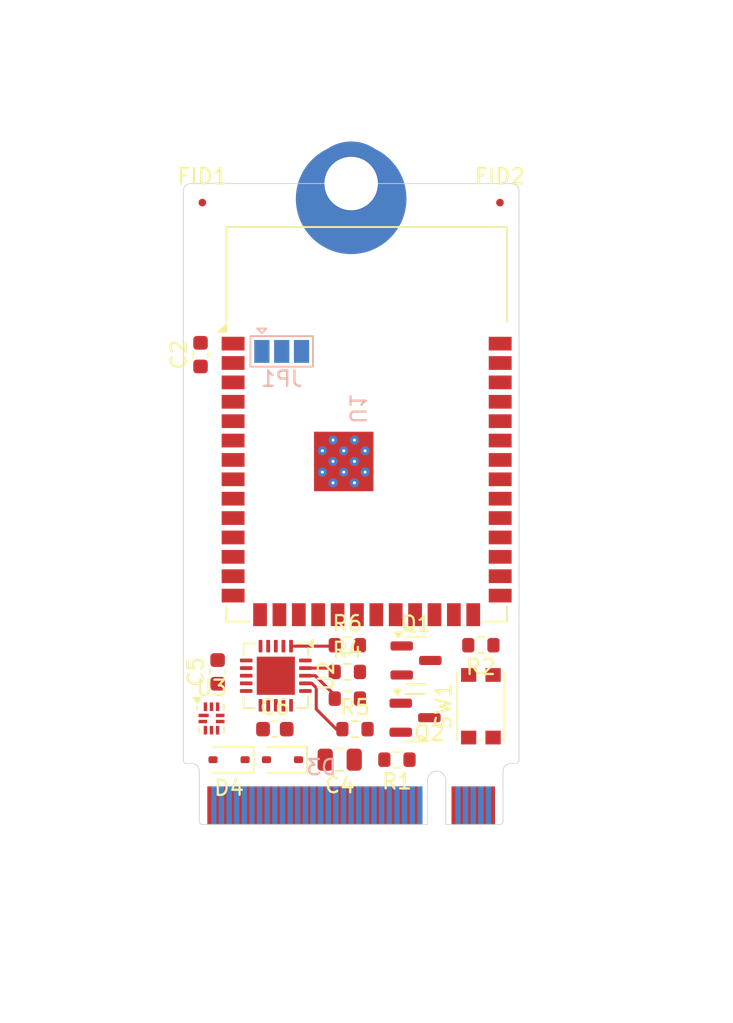
<source format=kicad_pcb>
(kicad_pcb (version 20240108) (generator "pcbnew") (generator_version "8.0")
  (layers (0 "F.Cu" signal) (31 "B.Cu" signal) (34 "B.Paste" user) (35 "F.Paste" user) (36 "B.SilkS" user "B.Silkscreen") (37 "F.SilkS" user "F.Silkscreen") (38 "B.Mask" user) (39 "F.Mask" user) (44 "Edge.Cuts" user))
  (net 0 "")
  (net 1 "Net-(R1-Pad1)")
  (net 2 "GND")
  (net 3 "/ESP_BUTTON_BOOT")
  (net 4 "/USB_D+")
  (net 5 "/USB_D-")
  (net 6 "/ESP_GPIO_15")
  (net 7 "/ESP_GPIO_38")
  (net 8 "/ESP_SERIAL_TX1")
  (net 9 "/ESP_GPIO_35")
  (net 10 "/ESP_GPIO_9")
  (net 11 "/ESP_GPIO_11")
  (net 12 "/ESP_GPIO_16")
  (net 13 "/ESP_SERIAL_RX1")
  (net 14 "/ESP_GPIO_7")
  (net 15 "/ESP_SERIAL_RX0")
  (net 16 "/ESP_GPIO_12")
  (net 17 "/ESP_GPIO_4")
  (net 18 "/ESP_GPIO_8")
  (net 19 "/ESP_GPIO_13")
  (net 20 "/ESP_SERIAL_TX0")
  (net 21 "+3V3")
  (net 22 "/ESP_GPIO_5")
  (net 23 "/ESP_GPIO_6")
  (net 24 "/ESP_GPIO_10")
  (net 25 "/RTS")
  (net 26 "Net-(Q1-B)")
  (net 27 "/ESP_BUTTON_RESET")
  (net 28 "/DTR")
  (net 29 "Net-(Q2-B)")
  (net 30 "Net-(U2-TXD)")
  (net 31 "Net-(U2-RXD)")
  (net 32 "/ESP_GPIO_21")
  (net 33 "/USB_D1+")
  (net 35 "/ESP_GPIO_1")
  (net 36 "/ESP_GPIO_3")
  (net 37 "/USB_D1-")
  (net 39 "/ESP_GPIO_47")
  (net 40 "/ESP_GPIO_36")
  (net 41 "/ESP_GPIO_37")
  (net 43 "/ESP_GPIO_48")
  (net 46 "/ESP_GPIO_2")
  (net 47 "/ESP_GPIO_14")
  (net 51 "/USB_D2+")
  (net 52 "/USB_D2-")
  (net 60 "Net-(JP1-C)")
  (footprint "Resistor_SMD:R_0603_1608Metric" (layer "F.Cu") (at 180.25 96)
    (property "Reference" "R3" (hide yes))
    (property "Value" "10k")
    (fp_line (start -0.237258 -0.5225) (end 0.237258 -0.5225) (stroke (width 0.12)) (layer "F.SilkS"))
    (fp_line (start -0.237258 0.5225) (end 0.237258 0.5225) (stroke (width 0.12)) (layer "F.SilkS"))
    (pad "1" smd roundrect (at -0.825 0) (size 0.8 0.95) (layers "F.Cu" "F.Paste" "F.Mask") (net 28 "/DTR"))
    (pad "2" smd roundrect (at 0.825 0) (size 0.8 0.95) (layers "F.Cu" "F.Paste" "F.Mask") (net 26 "Net-(Q1-B)"))
  )
  (footprint "Resistor_SMD:R_0603_1608Metric" (layer "F.Cu") (at 180.25 92.5)
    (property "Reference" "R6" (at 0 -1.43 360) (layer "F.SilkS"))
    (property "Value" "0R")
    (fp_line (start -0.237258 -0.5225) (end 0.237258 -0.5225) (stroke (width 0.12)) (layer "F.SilkS"))
    (fp_line (start -0.237258 0.5225) (end 0.237258 0.5225) (stroke (width 0.12)) (layer "F.SilkS"))
    (pad "1" smd roundrect (at -0.825 0) (size 0.8 0.95) (layers "F.Cu" "F.Paste" "F.Mask") (net 31 "Net-(U2-RXD)"))
    (pad "2" smd roundrect (at 0.825 0) (size 0.8 0.95) (layers "F.Cu" "F.Paste" "F.Mask") (net 15 "/ESP_SERIAL_RX0"))
  )
  (footprint "M.2-Templates:M.2-B-KEY" (layer "F.Cu") (at 180.5 104.25)
    (property "Reference" "J1" (hide yes))
    (property "Value" "Bus_M.2_Socket_B" (hide yes))
    (fp_circle (center 0 -41) (end 3 -41) (stroke (width 1.25)) (fill none) (layer "B.Cu"))
    (fp_poly (pts (xy 2.55 -38.45) (xy -2.55 -38.45) (xy -2.55 -43.55) (xy 2.55 -43.55)) (fill solid) (layer "B.Cu"))
    (fp_line (start -11 -41.5) (end -11 -4.2) (stroke (width 0.05)) (layer "Edge.Cuts"))
    (fp_line (start -10.8 -4) (end -10.45 -4) (stroke (width 0.05)) (layer "Edge.Cuts"))
    (fp_line (start -9.95 -3.5) (end -9.95 -0.2) (stroke (width 0.05)) (layer "Edge.Cuts"))
    (fp_line (start -9.75 0) (end 5 0) (stroke (width 0.05)) (layer "Edge.Cuts"))
    (fp_line (start 5 -2.9) (end 5 0) (stroke (width 0.05)) (layer "Edge.Cuts"))
    (fp_line (start 6.2 -2.9) (end 6.2 0) (stroke (width 0.05)) (layer "Edge.Cuts"))
    (fp_line (start 6.2 0) (end 9.75 0) (stroke (width 0.05)) (layer "Edge.Cuts"))
    (fp_line (start 9.95 -0.2) (end 9.95 -3.5) (stroke (width 0.05)) (layer "Edge.Cuts"))
    (fp_line (start 10.45 -4) (end 10.8 -4) (stroke (width 0.05)) (layer "Edge.Cuts"))
    (fp_line (start 10.5 -42) (end -10.5 -42) (stroke (width 0.05)) (layer "Edge.Cuts"))
    (fp_line (start 11 -4.2) (end 11 -41.5) (stroke (width 0.05)) (layer "Edge.Cuts"))
    (fp_arc (start -11 -41.5) (mid -10.853553 -41.853553) (end -10.5 -42) (stroke (width 0.05)) (layer "Edge.Cuts"))
    (fp_arc (start -10.8 -4) (mid -10.941421 -4.058579) (end -11 -4.2) (stroke (width 0.05)) (layer "Edge.Cuts"))
    (fp_arc (start -10.45 -4) (mid -10.096447 -3.853553) (end -9.95 -3.5) (stroke (width 0.05)) (layer "Edge.Cuts"))
    (fp_arc (start -9.75 0) (mid -9.891421 -0.058579) (end -9.95 -0.2) (stroke (width 0.05)) (layer "Edge.Cuts"))
    (fp_arc (start 5 -2.9) (mid 5.175736 -3.324264) (end 5.6 -3.5) (stroke (width 0.05)) (layer "Edge.Cuts"))
    (fp_arc (start 5.6 -3.5) (mid 6.024264 -3.324264) (end 6.2 -2.9) (stroke (width 0.05)) (layer "Edge.Cuts"))
    (fp_arc (start 9.95 -3.5) (mid 10.096447 -3.853553) (end 10.45 -4) (stroke (width 0.05)) (layer "Edge.Cuts"))
    (fp_arc (start 9.95 -0.2) (mid 9.891421 -0.058579) (end 9.75 0) (stroke (width 0.05)) (layer "Edge.Cuts"))
    (fp_arc (start 10.5 -42) (mid 10.853553 -41.853553) (end 11 -41.5) (stroke (width 0.05)) (layer "Edge.Cuts"))
    (fp_arc (start 11 -4.2) (mid 10.941421 -4.058579) (end 10.8 -4) (stroke (width 0.05)) (layer "Edge.Cuts"))
    (pad "MOUNTING-HOLE" thru_hole circle (at 0 -42) (size 5.5 5.5) (drill 3.5) (layers "*.Cu" "*.Mask"))
    (pad "P$1" smd rect (at 9.25 -1.25) (size 0.35 2.5) (layers "F.Cu" "F.Paste" "F.Mask"))
    (pad "P$2" smd rect (at 9 -1.25) (size 0.35 2.5) (layers "B.Cu" "B.Paste" "B.Mask"))
    (pad "P$3" smd rect (at 8.75 -1.25) (size 0.35 2.5) (layers "F.Cu" "F.Paste" "F.Mask"))
    (pad "P$4" smd rect (at 8.5 -1.25) (size 0.35 2.5) (layers "B.Cu" "B.Paste" "B.Mask"))
    (pad "P$5" smd rect (at 8.25 -1.25) (size 0.35 2.5) (layers "F.Cu" "F.Paste" "F.Mask"))
    (pad "P$6" smd rect (at 8 -1.25) (size 0.35 2.5) (layers "B.Cu" "B.Paste" "B.Mask"))
    (pad "P$7" smd rect (at 7.75 -1.25) (size 0.35 2.5) (layers "F.Cu" "F.Paste" "F.Mask"))
    (pad "P$8" smd rect (at 7.5 -1.25) (size 0.35 2.5) (layers "B.Cu" "B.Paste" "B.Mask"))
    (pad "P$9" smd rect (at 7.25 -1.25) (size 0.35 2.5) (layers "F.Cu" "F.Paste" "F.Mask"))
    (pad "P$10" smd rect (at 7 -1.25) (size 0.35 2.5) (layers "B.Cu" "B.Paste" "B.Mask"))
    (pad "P$11" smd rect (at 6.75 -1.25) (size 0.35 2.5) (layers "F.Cu" "F.Paste" "F.Mask"))
    (pad "P$20" smd rect (at 4.5 -1.25) (size 0.35 2.5) (layers "B.Cu" "B.Paste" "B.Mask"))
    (pad "P$21" smd rect (at 4.25 -1.25) (size 0.35 2.5) (layers "F.Cu" "F.Paste" "F.Mask"))
    (pad "P$22" smd rect (at 4 -1.25) (size 0.35 2.5) (layers "B.Cu" "B.Paste" "B.Mask"))
    (pad "P$23" smd rect (at 3.75 -1.25) (size 0.35 2.5) (layers "F.Cu" "F.Paste" "F.Mask"))
    (pad "P$24" smd rect (at 3.5 -1.25) (size 0.35 2.5) (layers "B.Cu" "B.Paste" "B.Mask"))
    (pad "P$25" smd rect (at 3.25 -1.25) (size 0.35 2.5) (layers "F.Cu" "F.Paste" "F.Mask"))
    (pad "P$26" smd rect (at 3 -1.25) (size 0.35 2.5) (layers "B.Cu" "B.Paste" "B.Mask"))
    (pad "P$27" smd rect (at 2.75 -1.25) (size 0.35 2.5) (layers "F.Cu" "F.Paste" "F.Mask"))
    (pad "P$28" smd rect (at 2.5 -1.25) (size 0.35 2.5) (layers "B.Cu" "B.Paste" "B.Mask"))
    (pad "P$29" smd rect (at 2.25 -1.25) (size 0.35 2.5) (layers "F.Cu" "F.Paste" "F.Mask"))
    (pad "P$30" smd rect (at 2 -1.25) (size 0.35 2.5) (layers "B.Cu" "B.Paste" "B.Mask"))
    (pad "P$31" smd rect (at 1.75 -1.25) (size 0.35 2.5) (layers "F.Cu" "F.Paste" "F.Mask"))
    (pad "P$32" smd rect (at 1.5 -1.25) (size 0.35 2.5) (layers "B.Cu" "B.Paste" "B.Mask"))
    (pad "P$33" smd rect (at 1.25 -1.25) (size 0.35 2.5) (layers "F.Cu" "F.Paste" "F.Mask"))
    (pad "P$34" smd rect (at 1 -1.25) (size 0.35 2.5) (layers "B.Cu" "B.Paste" "B.Mask"))
    (pad "P$35" smd rect (at 0.75 -1.25) (size 0.35 2.5) (layers "F.Cu" "F.Paste" "F.Mask"))
    (pad "P$36" smd rect (at 0.5 -1.25) (size 0.35 2.5) (layers "B.Cu" "B.Paste" "B.Mask"))
    (pad "P$37" smd rect (at 0.25 -1.25) (size 0.35 2.5) (layers "F.Cu" "F.Paste" "F.Mask"))
    (pad "P$38" smd rect (at 0 -1.25) (size 0.35 2.5) (layers "B.Cu" "B.Paste" "B.Mask"))
    (pad "P$39" smd rect (at -0.25 -1.25) (size 0.35 2.5) (layers "F.Cu" "F.Paste" "F.Mask"))
    (pad "P$40" smd rect (at -0.5 -1.25) (size 0.35 2.5) (layers "B.Cu" "B.Paste" "B.Mask"))
    (pad "P$41" smd rect (at -0.75 -1.25) (size 0.35 2.5) (layers "F.Cu" "F.Paste" "F.Mask"))
    (pad "P$42" smd rect (at -1 -1.25) (size 0.35 2.5) (layers "B.Cu" "B.Paste" "B.Mask"))
    (pad "P$43" smd rect (at -1.25 -1.25) (size 0.35 2.5) (layers "F.Cu" "F.Paste" "F.Mask"))
    (pad "P$44" smd rect (at -1.5 -1.25) (size 0.35 2.5) (layers "B.Cu" "B.Paste" "B.Mask"))
    (pad "P$45" smd rect (at -1.75 -1.25) (size 0.35 2.5) (layers "F.Cu" "F.Paste" "F.Mask"))
    (pad "P$46" smd rect (at -2 -1.25) (size 0.35 2.5) (layers "B.Cu" "B.Paste" "B.Mask"))
    (pad "P$47" smd rect (at -2.25 -1.25) (size 0.35 2.5) (layers "F.Cu" "F.Paste" "F.Mask"))
    (pad "P$48" smd rect (at -2.5 -1.25) (size 0.35 2.5) (layers "B.Cu" "B.Paste" "B.Mask"))
    (pad "P$49" smd rect (at -2.75 -1.25) (size 0.35 2.5) (layers "F.Cu" "F.Paste" "F.Mask"))
    (pad "P$50" smd rect (at -3 -1.25) (size 0.35 2.5) (layers "B.Cu" "B.Paste" "B.Mask"))
    (pad "P$51" smd rect (at -3.25 -1.25) (size 0.35 2.5) (layers "F.Cu" "F.Paste" "F.Mask"))
    (pad "P$52" smd rect (at -3.5 -1.25) (size 0.35 2.5) (layers "B.Cu" "B.Paste" "B.Mask"))
    (pad "P$53" smd rect (at -3.75 -1.25) (size 0.35 2.5) (layers "F.Cu" "F.Paste" "F.Mask"))
    (pad "P$54" smd rect (at -4 -1.25) (size 0.35 2.5) (layers "B.Cu" "B.Paste" "B.Mask"))
    (pad "P$55" smd rect (at -4.25 -1.25) (size 0.35 2.5) (layers "F.Cu" "F.Paste" "F.Mask"))
    (pad "P$56" smd rect (at -4.5 -1.25) (size 0.35 2.5) (layers "B.Cu" "B.Paste" "B.Mask"))
    (pad "P$57" smd rect (at -4.75 -1.25) (size 0.35 2.5) (layers "F.Cu" "F.Paste" "F.Mask"))
    (pad "P$58" smd rect (at -5 -1.25) (size 0.35 2.5) (layers "B.Cu" "B.Paste" "B.Mask"))
    (pad "P$59" smd rect (at -5.25 -1.25) (size 0.35 2.5) (layers "F.Cu" "F.Paste" "F.Mask"))
    (pad "P$60" smd rect (at -5.5 -1.25) (size 0.35 2.5) (layers "B.Cu" "B.Paste" "B.Mask"))
    (pad "P$61" smd rect (at -5.75 -1.25) (size 0.35 2.5) (layers "F.Cu" "F.Paste" "F.Mask"))
    (pad "P$62" smd rect (at -6 -1.25) (size 0.35 2.5) (layers "B.Cu" "B.Paste" "B.Mask"))
    (pad "P$63" smd rect (at -6.25 -1.25) (size 0.35 2.5) (layers "F.Cu" "F.Paste" "F.Mask"))
    (pad "P$64" smd rect (at -6.5 -1.25) (size 0.35 2.5) (layers "B.Cu" "B.Paste" "B.Mask"))
    (pad "P$65" smd rect (at -6.75 -1.25) (size 0.35 2.5) (layers "F.Cu" "F.Paste" "F.Mask"))
    (pad "P$66" smd rect (at -7 -1.25) (size 0.35 2.5) (layers "B.Cu" "B.Paste" "B.Mask"))
    (pad "P$67" smd rect (at -7.25 -1.25) (size 0.35 2.5) (layers "F.Cu" "F.Paste" "F.Mask"))
    (pad "P$68" smd rect (at -7.5 -1.25) (size 0.35 2.5) (layers "B.Cu" "B.Paste" "B.Mask"))
    (pad "P$69" smd rect (at -7.75 -1.25) (size 0.35 2.5) (layers "F.Cu" "F.Paste" "F.Mask"))
    (pad "P$70" smd rect (at -8 -1.25) (size 0.35 2.5) (layers "B.Cu" "B.Paste" "B.Mask"))
    (pad "P$71" smd rect (at -8.25 -1.25) (size 0.35 2.5) (layers "F.Cu" "F.Paste" "F.Mask"))
    (pad "P$72" smd rect (at -8.5 -1.25) (size 0.35 2.5) (layers "B.Cu" "B.Paste" "B.Mask"))
    (pad "P$73" smd rect (at -8.75 -1.25) (size 0.35 2.5) (layers "F.Cu" "F.Paste" "F.Mask"))
    (pad "P$74" smd rect (at -9 -1.25) (size 0.35 2.5) (layers "B.Cu" "B.Paste" "B.Mask"))
    (pad "P$75" smd rect (at -9.25 -1.25) (size 0.35 2.5) (layers "F.Cu" "F.Paste" "F.Mask"))
  )
  (footprint "RF_Module:ESP32-S3-WROOM-1" (layer "F.Cu") (at 181.515 78)
    (property "Reference" "U1" (at -0.6 -1 -90) (layer "B.SilkS") (effects (justify mirror)))
    (property "Value" "ESP32-S3-WROOM-1")
    (fp_line (start -9.2 -12.9) (end -9.2 -6.7) (stroke (width 0.12)) (layer "F.SilkS"))
    (fp_line (start -9.2 -12.9) (end 9.2 -12.9) (stroke (width 0.12)) (layer "F.SilkS"))
    (fp_line (start -9.2 11.95) (end -9.2 12.95) (stroke (width 0.12)) (layer "F.SilkS"))
    (fp_line (start -9.2 12.95) (end -7.7 12.95) (stroke (width 0.12)) (layer "F.SilkS"))
    (fp_line (start 9.2 -12.9) (end 9.2 -6.7) (stroke (width 0.12)) (layer "F.SilkS"))
    (fp_line (start 9.2 12.95) (end 7.7 12.95) (stroke (width 0.12)) (layer "F.SilkS"))
    (fp_line (start 9.2 12.95) (end 9.2 11.95) (stroke (width 0.12)) (layer "F.SilkS"))
    (fp_poly (pts (xy -9.2 -6.025) (xy -9.7 -6.025) (xy -9.2 -6.525) (xy -9.2 -6.025)) (stroke (width 0.12)) (fill solid) (layer "F.SilkS"))
    (pad "1" smd rect (at -8.75 -5.26) (size 1.5 0.9) (layers "F.Cu" "F.Paste" "F.Mask") (net 2 "GND"))
    (pad "2" smd rect (at -8.75 -3.99) (size 1.5 0.9) (layers "F.Cu" "F.Paste" "F.Mask") (net 21 "+3V3"))
    (pad "3" smd rect (at -8.75 -2.72) (size 1.5 0.9) (layers "F.Cu" "F.Paste" "F.Mask") (net 27 "/ESP_BUTTON_RESET"))
    (pad "4" smd rect (at -8.75 -1.45) (size 1.5 0.9) (layers "F.Cu" "F.Paste" "F.Mask") (net 17 "/ESP_GPIO_4"))
    (pad "5" smd rect (at -8.75 -0.18) (size 1.5 0.9) (layers "F.Cu" "F.Paste" "F.Mask") (net 22 "/ESP_GPIO_5"))
    (pad "6" smd rect (at -8.75 1.09) (size 1.5 0.9) (layers "F.Cu" "F.Paste" "F.Mask") (net 23 "/ESP_GPIO_6"))
    (pad "7" smd rect (at -8.75 2.36) (size 1.5 0.9) (layers "F.Cu" "F.Paste" "F.Mask") (net 14 "/ESP_GPIO_7"))
    (pad "8" smd rect (at -8.75 3.63) (size 1.5 0.9) (layers "F.Cu" "F.Paste" "F.Mask") (net 6 "/ESP_GPIO_15"))
    (pad "9" smd rect (at -8.75 4.9) (size 1.5 0.9) (layers "F.Cu" "F.Paste" "F.Mask") (net 12 "/ESP_GPIO_16"))
    (pad "10" smd rect (at -8.75 6.17) (size 1.5 0.9) (layers "F.Cu" "F.Paste" "F.Mask") (net 8 "/ESP_SERIAL_TX1"))
    (pad "11" smd rect (at -8.75 7.44) (size 1.5 0.9) (layers "F.Cu" "F.Paste" "F.Mask") (net 13 "/ESP_SERIAL_RX1"))
    (pad "12" smd rect (at -8.75 8.71) (size 1.5 0.9) (layers "F.Cu" "F.Paste" "F.Mask") (net 18 "/ESP_GPIO_8"))
    (pad "13" smd rect (at -8.75 9.98) (size 1.5 0.9) (layers "F.Cu" "F.Paste" "F.Mask") (net 37 "/USB_D1-"))
    (pad "14" smd rect (at -8.75 11.25 180) (size 1.5 0.9) (layers "F.Cu" "F.Paste" "F.Mask") (net 33 "/USB_D1+"))
    (pad "15" smd rect (at -6.985 12.5 270) (size 1.5 0.9) (layers "F.Cu" "F.Paste" "F.Mask") (net 36 "/ESP_GPIO_3"))
    (pad "16" smd rect (at -5.715 12.5 270) (size 1.5 0.9) (layers "F.Cu" "F.Paste" "F.Mask"))
    (pad "17" smd rect (at -4.445 12.5 270) (size 1.5 0.9) (layers "F.Cu" "F.Paste" "F.Mask") (net 10 "/ESP_GPIO_9"))
    (pad "18" smd rect (at -3.175 12.5 270) (size 1.5 0.9) (layers "F.Cu" "F.Paste" "F.Mask") (net 24 "/ESP_GPIO_10"))
    (pad "19" smd rect (at -1.905 12.5 270) (size 1.5 0.9) (layers "F.Cu" "F.Paste" "F.Mask") (net 11 "/ESP_GPIO_11"))
    (pad "20" smd rect (at -0.635 12.5 270) (size 1.5 0.9) (layers "F.Cu" "F.Paste" "F.Mask") (net 16 "/ESP_GPIO_12"))
    (pad "21" smd rect (at 0.635 12.5 270) (size 1.5 0.9) (layers "F.Cu" "F.Paste" "F.Mask") (net 19 "/ESP_GPIO_13"))
    (pad "22" smd rect (at 1.905 12.5 270) (size 1.5 0.9) (layers "F.Cu" "F.Paste" "F.Mask") (net 47 "/ESP_GPIO_14"))
    (pad "23" smd rect (at 3.175 12.5 270) (size 1.5 0.9) (layers "F.Cu" "F.Paste" "F.Mask") (net 32 "/ESP_GPIO_21"))
    (pad "24" smd rect (at 4.445 12.5 270) (size 1.5 0.9) (layers "F.Cu" "F.Paste" "F.Mask") (net 39 "/ESP_GPIO_47"))
    (pad "25" smd rect (at 5.715 12.5 270) (size 1.5 0.9) (layers "F.Cu" "F.Paste" "F.Mask") (net 43 "/ESP_GPIO_48"))
    (pad "26" smd rect (at 6.985 12.5 270) (size 1.5 0.9) (layers "F.Cu" "F.Paste" "F.Mask"))
    (pad "27" smd rect (at 8.75 11.25) (size 1.5 0.9) (layers "F.Cu" "F.Paste" "F.Mask") (net 3 "/ESP_BUTTON_BOOT"))
    (pad "28" smd rect (at 8.75 9.98) (size 1.5 0.9) (layers "F.Cu" "F.Paste" "F.Mask") (net 9 "/ESP_GPIO_35"))
    (pad "29" smd rect (at 8.75 8.71) (size 1.5 0.9) (layers "F.Cu" "F.Paste" "F.Mask") (net 40 "/ESP_GPIO_36"))
    (pad "30" smd rect (at 8.75 7.44) (size 1.5 0.9) (layers "F.Cu" "F.Paste" "F.Mask") (net 41 "/ESP_GPIO_37"))
    (pad "31" smd rect (at 8.75 6.17) (size 1.5 0.9) (layers "F.Cu" "F.Paste" "F.Mask") (net 7 "/ESP_GPIO_38"))
    (pad "32" smd rect (at 8.75 4.9) (size 1.5 0.9) (layers "F.Cu" "F.Paste" "F.Mask"))
    (pad "33" smd rect (at 8.75 3.63) (size 1.5 0.9) (layers "F.Cu" "F.Paste" "F.Mask"))
    (pad "34" smd rect (at 8.75 2.36) (size 1.5 0.9) (layers "F.Cu" "F.Paste" "F.Mask"))
    (pad "35" smd rect (at 8.75 1.09) (size 1.5 0.9) (layers "F.Cu" "F.Paste" "F.Mask"))
    (pad "36" smd rect (at 8.75 -0.18) (size 1.5 0.9) (layers "F.Cu" "F.Paste" "F.Mask") (net 15 "/ESP_SERIAL_RX0"))
    (pad "37" smd rect (at 8.75 -1.45) (size 1.5 0.9) (layers "F.Cu" "F.Paste" "F.Mask") (net 20 "/ESP_SERIAL_TX0"))
    (pad "38" smd rect (at 8.75 -2.72) (size 1.5 0.9) (layers "F.Cu" "F.Paste" "F.Mask") (net 46 "/ESP_GPIO_2"))
    (pad "39" smd rect (at 8.75 -3.99) (size 1.5 0.9) (layers "F.Cu" "F.Paste" "F.Mask") (net 35 "/ESP_GPIO_1"))
    (pad "40" smd rect (at 8.75 -5.26) (size 1.5 0.9) (layers "F.Cu" "F.Paste" "F.Mask") (net 2 "GND"))
    (pad "41" thru_hole circle (at -2.9 1.76 90) (size 0.6 0.6) (drill 0.2) (property pad_prop_heatsink) (layers "*.Cu" "F.Mask") (net 2 "GND"))
    (pad "41" thru_hole circle (at -2.9 3.16) (size 0.6 0.6) (drill 0.2) (property pad_prop_heatsink) (layers "*.Cu" "F.Mask") (net 2 "GND"))
    (pad "41" thru_hole circle (at -2.2 1.06) (size 0.6 0.6) (drill 0.2) (property pad_prop_heatsink) (layers "*.Cu" "F.Mask") (net 2 "GND"))
    (pad "41" thru_hole circle (at -2.2 2.46) (size 0.6 0.6) (drill 0.2) (property pad_prop_heatsink) (layers "*.Cu" "F.Mask") (net 2 "GND"))
    (pad "41" thru_hole circle (at -2.2 3.86) (size 0.6 0.6) (drill 0.2) (property pad_prop_heatsink) (layers "*.Cu" "F.Mask") (net 2 "GND"))
    (pad "41" thru_hole circle (at -1.5 1.76) (size 0.6 0.6) (drill 0.2) (property pad_prop_heatsink) (layers "*.Cu" "F.Mask") (net 2 "GND"))
    (pad "41" smd rect (at -1.5 2.46 270) (size 3.9 3.9) (layers "F.Cu" "F.Mask") (net 2 "GND"))
    (pad "41" thru_hole circle (at -1.5 3.16) (size 0.6 0.6) (drill 0.2) (property pad_prop_heatsink) (layers "*.Cu" "F.Mask") (net 2 "GND"))
    (pad "41" thru_hole circle (at -0.8 1.06) (size 0.6 0.6) (drill 0.2) (property pad_prop_heatsink) (layers "*.Cu" "F.Mask") (net 2 "GND"))
    (pad "41" thru_hole circle (at -0.8 2.46) (size 0.6 0.6) (drill 0.2) (property pad_prop_heatsink) (layers "*.Cu" "F.Mask") (net 2 "GND"))
    (pad "41" thru_hole circle (at -0.8 3.86) (size 0.6 0.6) (drill 0.2) (property pad_prop_heatsink) (layers "*.Cu" "F.Mask") (net 2 "GND"))
    (pad "41" thru_hole circle (at -0.1 1.76) (size 0.6 0.6) (drill 0.2) (property pad_prop_heatsink) (layers "*.Cu" "F.Mask") (net 2 "GND"))
    (pad "41" thru_hole circle (at -0.1 3.16) (size 0.6 0.6) (drill 0.2) (property pad_prop_heatsink) (layers "*.Cu" "F.Mask") (net 2 "GND"))
  )
  (footprint "Resistor_SMD:R_0603_1608Metric" (layer "F.Cu") (at 180.75 98)
    (property "Reference" "R5" (at 0 -1.43 360) (layer "F.SilkS"))
    (property "Value" "0R")
    (fp_line (start -0.237258 -0.5225) (end 0.237258 -0.5225) (stroke (width 0.12)) (layer "F.SilkS"))
    (fp_line (start -0.237258 0.5225) (end 0.237258 0.5225) (stroke (width 0.12)) (layer "F.SilkS"))
    (pad "1" smd roundrect (at -0.825 0) (size 0.8 0.95) (layers "F.Cu" "F.Paste" "F.Mask") (net 30 "Net-(U2-TXD)"))
    (pad "2" smd roundrect (at 0.825 0) (size 0.8 0.95) (layers "F.Cu" "F.Paste" "F.Mask") (net 20 "/ESP_SERIAL_TX0"))
  )
  (footprint "Button_Switch_SMD:SW_Push_1P1T_NO_CK_KMR2" (layer "F.Cu") (at 189 96.5 90)
    (property "Reference" "SW1" (at 0 -2.45 90) (layer "F.SilkS"))
    (property "Value" "SW_Push")
    (fp_line (start 2.2 -1.55) (end -2.2 -1.55) (stroke (width 0.12)) (layer "F.SilkS"))
    (fp_line (start 2.2 0.05) (end 2.2 -0.05) (stroke (width 0.12)) (layer "F.SilkS"))
    (fp_line (start -2.2 0.05) (end -2.2 -0.05) (stroke (width 0.12)) (layer "F.SilkS"))
    (fp_line (start -2.2 1.55) (end 2.2 1.55) (stroke (width 0.12)) (layer "F.SilkS"))
    (pad "1" smd rect (at -2.05 -0.8 90) (size 0.9 1) (layers "F.Cu" "F.Paste" "F.Mask") (net 2 "GND"))
    (pad "1" smd rect (at 2.05 -0.8 90) (size 0.9 1) (layers "F.Cu" "F.Paste" "F.Mask") (net 2 "GND"))
    (pad "2" smd rect (at -2.05 0.8 90) (size 0.9 1) (layers "F.Cu" "F.Paste" "F.Mask") (net 1 "Net-(R1-Pad1)"))
    (pad "2" smd rect (at 2.05 0.8 90) (size 0.9 1) (layers "F.Cu" "F.Paste" "F.Mask") (net 1 "Net-(R1-Pad1)"))
  )
  (footprint "Package_TO_SOT_SMD:SOT-23" (layer "F.Cu") (at 184.6875 97.25)
    (property "Reference" "Q2" (at 0.9375 1 0) (layer "F.SilkS"))
    (property "Value" "BC850")
    (fp_line (start 0 -1.56) (end -0.65 -1.56) (stroke (width 0.12)) (layer "F.SilkS"))
    (fp_line (start 0 -1.56) (end 0.65 -1.56) (stroke (width 0.12)) (layer "F.SilkS"))
    (fp_line (start 0 1.56) (end -0.65 1.56) (stroke (width 0.12)) (layer "F.SilkS"))
    (fp_line (start 0 1.56) (end 0.65 1.56) (stroke (width 0.12)) (layer "F.SilkS"))
    (fp_poly (pts (xy -1.1625 -1.51) (xy -1.4025 -1.84) (xy -0.9225 -1.84) (xy -1.1625 -1.51)) (stroke (width 0.12)) (fill solid) (layer "F.SilkS"))
    (pad "1" smd roundrect (at -0.9375 -0.95) (size 1.475 0.6) (layers "F.Cu" "F.Paste" "F.Mask") (net 29 "Net-(Q2-B)"))
    (pad "2" smd roundrect (at -0.9375 0.95) (size 1.475 0.6) (layers "F.Cu" "F.Paste" "F.Mask") (net 28 "/DTR"))
    (pad "3" smd roundrect (at 0.9375 0) (size 1.475 0.6) (layers "F.Cu" "F.Paste" "F.Mask") (net 3 "/ESP_BUTTON_BOOT"))
  )
  (footprint "Capacitor_SMD:C_0603_1608Metric" (layer "F.Cu") (at 175.5 98)
    (property "Reference" "C6" (at 0 -1.43 0) (layer "F.SilkS"))
    (property "Value" "100nF")
    (fp_line (start -0.14058 -0.51) (end 0.14058 -0.51) (stroke (width 0.12)) (layer "F.SilkS"))
    (fp_line (start -0.14058 0.51) (end 0.14058 0.51) (stroke (width 0.12)) (layer "F.SilkS"))
    (pad "1" smd roundrect (at -0.775 0) (size 0.9 0.95) (layers "F.Cu" "F.Paste" "F.Mask") (net 21 "+3V3"))
    (pad "2" smd roundrect (at 0.775 0) (size 0.9 0.95) (layers "F.Cu" "F.Paste" "F.Mask") (net 2 "GND"))
  )
  (footprint "Fiducial:Fiducial_0.5mm_Mask1.5mm" (layer "F.Cu") (at 170.75 63.5)
    (property "Reference" "FID1" (at 0 -1.7145 0) (layer "F.SilkS"))
    (property "Value" "Fiducial")
    (pad "" smd circle (at 0 0) (size 0.5 0.5) (layers "F.Cu" "F.Mask") (clearance 0.5))
  )
  (footprint "Capacitor_SMD:C_0603_1608Metric" (layer "F.Cu") (at 171.75 94.25 90)
    (property "Reference" "C5" (at 0 -1.43 90) (layer "F.SilkS"))
    (property "Value" "100nF")
    (fp_line (start -0.14058 -0.51) (end 0.14058 -0.51) (stroke (width 0.12)) (layer "F.SilkS"))
    (fp_line (start -0.14058 0.51) (end 0.14058 0.51) (stroke (width 0.12)) (layer "F.SilkS"))
    (pad "1" smd roundrect (at -0.775 0 90) (size 0.9 0.95) (layers "F.Cu" "F.Paste" "F.Mask") (net 21 "+3V3"))
    (pad "2" smd roundrect (at 0.775 0 90) (size 0.9 0.95) (layers "F.Cu" "F.Paste" "F.Mask") (net 2 "GND"))
  )
  (footprint "Diode_SMD:D_SOD-323" (layer "F.Cu") (at 176 100 180)
    (property "Reference" "D3" (at -2.55 -0.5 360) (layer "B.SilkS") (effects (justify mirror)))
    (property "Value" "SD05_SOD323")
    (fp_line (start -1.61 0.85) (end 1.05 0.85) (stroke (width 0.12)) (layer "F.SilkS"))
    (fp_line (start -1.61 -0.85) (end 1.05 -0.85) (stroke (width 0.12)) (layer "F.SilkS"))
    (fp_line (start -1.61 -0.85) (end -1.61 0.85) (stroke (width 0.12)) (layer "F.SilkS"))
    (pad "1" smd roundrect (at -1.05 0 180) (size 0.6 0.45) (layers "F.Cu" "F.Paste" "F.Mask") (net 2 "GND"))
    (pad "2" smd roundrect (at 1.05 0 180) (size 0.6 0.45) (layers "F.Cu" "F.Paste" "F.Mask") (net 4 "/USB_D+"))
  )
  (footprint "Capacitor_SMD:C_0603_1608Metric" (layer "F.Cu") (at 170.630017 73.462468 90)
    (property "Reference" "C2" (at 0 -1.43 90) (layer "F.SilkS"))
    (property "Value" "100nF")
    (fp_line (start -0.14058 -0.51) (end 0.14058 -0.51) (stroke (width 0.12)) (layer "F.SilkS"))
    (fp_line (start -0.14058 0.51) (end 0.14058 0.51) (stroke (width 0.12)) (layer "F.SilkS"))
    (pad "1" smd roundrect (at -0.775 0 90) (size 0.9 0.95) (layers "F.Cu" "F.Paste" "F.Mask") (net 21 "+3V3"))
    (pad "2" smd roundrect (at 0.775 0 90) (size 0.9 0.95) (layers "F.Cu" "F.Paste" "F.Mask") (net 2 "GND"))
  )
  (footprint "Resistor_SMD:R_0603_1608Metric" (layer "F.Cu") (at 183.5 100 180)
    (property "Reference" "R1" (at 0 -1.43 0) (layer "F.SilkS"))
    (property "Value" "10k")
    (fp_line (start -0.237258 0.5225) (end 0.237258 0.5225) (stroke (width 0.12)) (layer "F.SilkS"))
    (fp_line (start -0.237258 -0.5225) (end 0.237258 -0.5225) (stroke (width 0.12)) (layer "F.SilkS"))
    (pad "1" smd roundrect (at -0.825 0 180) (size 0.8 0.95) (layers "F.Cu" "F.Paste" "F.Mask") (net 1 "Net-(R1-Pad1)"))
    (pad "2" smd roundrect (at 0.825 0 180) (size 0.8 0.95) (layers "F.Cu" "F.Paste" "F.Mask") (net 21 "+3V3"))
  )
  (footprint "Diode_SMD:D_SOD-323" (layer "F.Cu") (at 172.5 100 180)
    (property "Reference" "D4" (at 0 -1.85 360) (layer "F.SilkS"))
    (property "Value" "SD05_SOD323")
    (fp_line (start -1.61 0.85) (end 1.05 0.85) (stroke (width 0.12)) (layer "F.SilkS"))
    (fp_line (start -1.61 -0.85) (end 1.05 -0.85) (stroke (width 0.12)) (layer "F.SilkS"))
    (fp_line (start -1.61 -0.85) (end -1.61 0.85) (stroke (width 0.12)) (layer "F.SilkS"))
    (pad "1" smd roundrect (at -1.05 0 180) (size 0.6 0.45) (layers "F.Cu" "F.Paste" "F.Mask") (net 2 "GND"))
    (pad "2" smd roundrect (at 1.05 0 180) (size 0.6 0.45) (layers "F.Cu" "F.Paste" "F.Mask") (net 5 "/USB_D-"))
  )
  (footprint "Package_DFN_QFN:UQFN-10_1.4x1.8mm_P0.4mm" (layer "F.Cu") (at 171.35 97.3)
    (property "Reference" "U3" (at 0 -2 360) (layer "F.SilkS"))
    (property "Value" "TS3USB221AQRSERQ1")
    (fp_line (start -0.94 -0.57) (end -0.94 -0.78) (stroke (width 0.12)) (layer "F.SilkS"))
    (fp_line (start -0.81 0.9) (end -0.81 0.58) (stroke (width 0.12)) (layer "F.SilkS"))
    (fp_line (start 0.81 -0.58) (end 0.81 -0.9) (stroke (width 0.12)) (layer "F.SilkS"))
    (fp_line (start 0.81 0.9) (end 0.81 0.58) (stroke (width 0.12)) (layer "F.SilkS"))
    (fp_poly (pts (xy -0.94 -1.02) (xy -1.18 -1.35) (xy -0.7 -1.35) (xy -0.94 -1.02)) (stroke (width 0.12)) (fill solid) (layer "F.SilkS"))
    (pad "1" smd rect (at -0.5185 -0.2) (size 0.663 0.225) (layers "F.Cu" "F.Paste" "F.Mask") (net 33 "/USB_D1+"))
    (pad "2" smd rect (at -0.5685 0.2) (size 0.563 0.225) (layers "F.Cu" "F.Paste" "F.Mask") (net 51 "/USB_D2+"))
    (pad "3" smd rect (at -0.4 0.7685) (size 0.225 0.563) (layers "F.Cu" "F.Paste" "F.Mask") (net 4 "/USB_D+"))
    (pad "4" smd rect (at 0 0.7685) (size 0.225 0.563) (layers "F.Cu" "F.Paste" "F.Mask") (net 2 "GND"))
    (pad "5" smd rect (at 0.4 0.7685) (size 0.225 0.563) (layers "F.Cu" "F.Paste" "F.Mask") (net 5 "/USB_D-"))
    (pad "6" smd rect (at 0.5685 0.2) (size 0.563 0.225) (layers "F.Cu" "F.Paste" "F.Mask") (net 52 "/USB_D2-"))
    (pad "7" smd rect (at 0.5685 -0.2) (size 0.563 0.225) (layers "F.Cu" "F.Paste" "F.Mask") (net 37 "/USB_D1-"))
    (pad "8" smd rect (at 0.4 -0.7685) (size 0.225 0.563) (layers "F.Cu" "F.Paste" "F.Mask") (net 2 "GND"))
    (pad "9" smd rect (at 0 -0.7685) (size 0.225 0.563) (layers "F.Cu" "F.Paste" "F.Mask") (net 21 "+3V3"))
    (pad "10" smd rect (at -0.4 -0.7685) (size 0.225 0.563) (layers "F.Cu" "F.Paste" "F.Mask") (net 60 "Net-(JP1-C)"))
  )
  (footprint "Capacitor_SMD:C_0805_2012Metric" (layer "F.Cu") (at 179.75 100 180)
    (property "Reference" "C4" (at 0 -1.68 360) (layer "F.SilkS"))
    (property "Value" "10uF")
    (fp_line (start -0.261252 0.735) (end 0.261252 0.735) (stroke (width 0.12)) (layer "F.SilkS"))
    (fp_line (start -0.261252 -0.735) (end 0.261252 -0.735) (stroke (width 0.12)) (layer "F.SilkS"))
    (pad "1" smd roundrect (at -0.95 0 180) (size 1 1.45) (layers "F.Cu" "F.Paste" "F.Mask") (net 21 "+3V3"))
    (pad "2" smd roundrect (at 0.95 0 180) (size 1 1.45) (layers "F.Cu" "F.Paste" "F.Mask") (net 2 "GND"))
  )
  (footprint "Resistor_SMD:R_0603_1608Metric" (layer "F.Cu") (at 189 92.5 180)
    (property "Reference" "R2" (at 0 -1.43 360) (layer "F.SilkS"))
    (property "Value" "1k")
    (fp_line (start -0.237258 0.5225) (end 0.237258 0.5225) (stroke (width 0.12)) (layer "F.SilkS"))
    (fp_line (start -0.237258 -0.5225) (end 0.237258 -0.5225) (stroke (width 0.12)) (layer "F.SilkS"))
    (pad "1" smd roundrect (at -0.825 0 180) (size 0.8 0.95) (layers "F.Cu" "F.Paste" "F.Mask") (net 1 "Net-(R1-Pad1)"))
    (pad "2" smd roundrect (at 0.825 0 180) (size 0.8 0.95) (layers "F.Cu" "F.Paste" "F.Mask") (net 3 "/ESP_BUTTON_BOOT"))
  )
  (footprint "Fiducial:Fiducial_0.5mm_Mask1.5mm" (layer "F.Cu") (at 190.25 63.5)
    (property "Reference" "FID2" (at 0 -1.7145 0) (layer "F.SilkS"))
    (property "Value" "Fiducial")
    (pad "" smd circle (at 0 0) (size 0.5 0.5) (layers "F.Cu" "F.Mask") (clearance 0.5))
  )
  (footprint "Package_DFN_QFN:QFN-20-1EP_4x4mm_P0.5mm_EP2.5x2.5mm" (layer "F.Cu") (at 175.5625 94.5 -90)
    (property "Reference" "U2" (at 0 -3.3 90) (layer "F.SilkS"))
    (property "Value" "FT231XQ")
    (fp_line (start -2.11 2.11) (end -2.11 1.385) (stroke (width 0.12)) (layer "F.SilkS"))
    (fp_line (start -1.385 2.11) (end -2.11 2.11) (stroke (width 0.12)) (layer "F.SilkS"))
    (fp_line (start 1.385 2.11) (end 2.11 2.11) (stroke (width 0.12)) (layer "F.SilkS"))
    (fp_line (start 2.11 2.11) (end 2.11 1.385) (stroke (width 0.12)) (layer "F.SilkS"))
    (fp_line (start -2.11 -1.385) (end -2.11 -1.87) (stroke (width 0.12)) (layer "F.SilkS"))
    (fp_line (start -1.385 -2.11) (end -1.81 -2.11) (stroke (width 0.12)) (layer "F.SilkS"))
    (fp_line (start 1.385 -2.11) (end 2.11 -2.11) (stroke (width 0.12)) (layer "F.SilkS"))
    (fp_line (start 2.11 -2.11) (end 2.11 -1.385) (stroke (width 0.12)) (layer "F.SilkS"))
    (fp_poly (pts (xy -2.11 -2.11) (xy -2.35 -2.44) (xy -1.87 -2.44) (xy -2.11 -2.11)) (stroke (width 0.12)) (fill solid) (layer "F.SilkS"))
    (pad "1" smd roundrect (at -1.9375 -1 270) (size 0.825 0.25) (layers "F.Cu" "F.Paste" "F.Mask") (net 31 "Net-(U2-RXD)"))
    (pad "2" smd roundrect (at -1.9375 -0.5 270) (size 0.825 0.25) (layers "F.Cu" "F.Paste" "F.Mask"))
    (pad "3" smd roundrect (at -1.9375 0 270) (size 0.825 0.25) (layers "F.Cu" "F.Paste" "F.Mask") (net 2 "GND"))
    (pad "4" smd roundrect (at -1.9375 0.5 270) (size 0.825 0.25) (layers "F.Cu" "F.Paste" "F.Mask"))
    (pad "5" smd roundrect (at -1.9375 1 270) (size 0.825 0.25) (layers "F.Cu" "F.Paste" "F.Mask"))
    (pad "6" smd roundrect (at -1 1.9375 270) (size 0.25 0.825) (layers "F.Cu" "F.Paste" "F.Mask"))
    (pad "7" smd roundrect (at -0.5 1.9375 270) (size 0.25 0.825) (layers "F.Cu" "F.Paste" "F.Mask"))
    (pad "8" smd roundrect (at 0 1.9375 270) (size 0.25 0.825) (layers "F.Cu" "F.Paste" "F.Mask") (net 51 "/USB_D2+"))
    (pad "9" smd roundrect (at 0.5 1.9375 270) (size 0.25 0.825) (layers "F.Cu" "F.Paste" "F.Mask") (net 52 "/USB_D2-"))
    (pad "10" smd roundrect (at 1 1.9375 270) (size 0.25 0.825) (layers "F.Cu" "F.Paste" "F.Mask") (net 21 "+3V3"))
    (pad "11" smd roundrect (at 1.9375 1 270) (size 0.825 0.25) (layers "F.Cu" "F.Paste" "F.Mask"))
    (pad "12" smd roundrect (at 1.9375 0.5 270) (size 0.825 0.25) (layers "F.Cu" "F.Paste" "F.Mask") (net 21 "+3V3"))
    (pad "13" smd roundrect (at 1.9375 0 270) (size 0.825 0.25) (layers "F.Cu" "F.Paste" "F.Mask") (net 2 "GND"))
    (pad "14" smd roundrect (at 1.9375 -0.5 270) (size 0.825 0.25) (layers "F.Cu" "F.Paste" "F.Mask"))
    (pad "15" smd roundrect (at 1.9375 -1 270) (size 0.825 0.25) (layers "F.Cu" "F.Paste" "F.Mask"))
    (pad "16" smd roundrect (at 1 -1.9375 270) (size 0.25 0.825) (layers "F.Cu" "F.Paste" "F.Mask"))
    (pad "17" smd roundrect (at 0.5 -1.9375 270) (size 0.25 0.825) (layers "F.Cu" "F.Paste" "F.Mask") (net 30 "Net-(U2-TXD)"))
    (pad "18" smd roundrect (at 0 -1.9375 270) (size 0.25 0.825) (layers "F.Cu" "F.Paste" "F.Mask") (net 28 "/DTR"))
    (pad "19" smd roundrect (at -0.5 -1.9375 270) (size 0.25 0.825) (layers "F.Cu" "F.Paste" "F.Mask") (net 25 "/RTS"))
    (pad "20" smd roundrect (at -1 -1.9375 270) (size 0.25 0.825) (layers "F.Cu" "F.Paste" "F.Mask") (net 21 "+3V3"))
    (pad "21" smd rect (at 0 0 270) (size 2.5 2.5) (property pad_prop_heatsink) (layers "F.Cu" "F.Mask") (net 2 "GND"))
  )
  (footprint "Package_TO_SOT_SMD:SOT-23" (layer "F.Cu") (at 184.75 93.5)
    (property "Reference" "Q1" (at 0 -2.4 0) (layer "F.SilkS"))
    (property "Value" "BC850")
    (fp_line (start 0 -1.56) (end -0.65 -1.56) (stroke (width 0.12)) (layer "F.SilkS"))
    (fp_line (start 0 -1.56) (end 0.65 -1.56) (stroke (width 0.12)) (layer "F.SilkS"))
    (fp_line (start 0 1.56) (end -0.65 1.56) (stroke (width 0.12)) (layer "F.SilkS"))
    (fp_line (start 0 1.56) (end 0.65 1.56) (stroke (width 0.12)) (layer "F.SilkS"))
    (fp_poly (pts (xy -1.1625 -1.51) (xy -1.4025 -1.84) (xy -0.9225 -1.84) (xy -1.1625 -1.51)) (stroke (width 0.12)) (fill solid) (layer "F.SilkS"))
    (pad "1" smd roundrect (at -0.9375 -0.95) (size 1.475 0.6) (layers "F.Cu" "F.Paste" "F.Mask") (net 26 "Net-(Q1-B)"))
    (pad "2" smd roundrect (at -0.9375 0.95) (size 1.475 0.6) (layers "F.Cu" "F.Paste" "F.Mask") (net 25 "/RTS"))
    (pad "3" smd roundrect (at 0.9375 0) (size 1.475 0.6) (layers "F.Cu" "F.Paste" "F.Mask") (net 27 "/ESP_BUTTON_RESET"))
  )
  (footprint "Resistor_SMD:R_0603_1608Metric" (layer "F.Cu") (at 180.25 94.25)
    (property "Reference" "R4" (at 0 -1.43 360) (layer "F.SilkS"))
    (property "Value" "10k")
    (fp_line (start -0.237258 -0.5225) (end 0.237258 -0.5225) (stroke (width 0.12)) (layer "F.SilkS"))
    (fp_line (start -0.237258 0.5225) (end 0.237258 0.5225) (stroke (width 0.12)) (layer "F.SilkS"))
    (pad "1" smd roundrect (at -0.825 0) (size 0.8 0.95) (layers "F.Cu" "F.Paste" "F.Mask") (net 25 "/RTS"))
    (pad "2" smd roundrect (at 0.825 0) (size 0.8 0.95) (layers "F.Cu" "F.Paste" "F.Mask") (net 29 "Net-(Q2-B)"))
  )
  (footprint "Jumper:SolderJumper-3_P1.3mm_Open_Pad1.0x1.5mm" (layer "B.Cu") (at 175.95 73.25)
    (property "Reference" "JP1" (at 0 1.8 360) (layer "B.SilkS") (effects (justify mirror)))
    (property "Value" "Jumper_3_Bridged12")
    (fp_line (start -2.05 -1) (end 2.05 -1) (stroke (width 0.12)) (layer "B.SilkS"))
    (fp_line (start -2.05 1) (end -2.05 -1) (stroke (width 0.12)) (layer "B.SilkS"))
    (fp_line (start -1.6 -1.5) (end -1.3 -1.2) (stroke (width 0.12)) (layer "B.SilkS"))
    (fp_line (start -1 -1.5) (end -1.6 -1.5) (stroke (width 0.12)) (layer "B.SilkS"))
    (fp_line (start -1 -1.5) (end -1.3 -1.2) (stroke (width 0.12)) (layer "B.SilkS"))
    (fp_line (start 2.05 -1) (end 2.05 1) (stroke (width 0.12)) (layer "B.SilkS"))
    (fp_line (start 2.05 1) (end -2.05 1) (stroke (width 0.12)) (layer "B.SilkS"))
    (pad "1" smd rect (at -1.3 0) (size 1 1.5) (layers "B.Cu" "B.Mask") (net 2 "GND"))
    (pad "2" smd rect (at 0 0) (size 1 1.5) (layers "B.Cu" "B.Mask") (net 60 "Net-(JP1-C)"))
    (pad "3" smd rect (at 1.3 0) (size 1 1.5) (layers "B.Cu" "B.Mask") (net 21 "+3V3"))
  )
  (segment (start 177.5 94) (end 179.175 94) (width 0.2) (layer "F.Cu") (net 25))
  (segment (start 179.175 94) (end 179.425 94.25) (width 0.2) (layer "F.Cu") (net 25))
  (segment (start 179.425 95.775) (end 179.425 96) (width 0.2) (layer "F.Cu") (net 28))
  (segment (start 178.15 94.5) (end 179.425 95.775) (width 0.2) (layer "F.Cu") (net 28))
  (segment (start 177.5 94.5) (end 178.15 94.5) (width 0.2) (layer "F.Cu") (net 28))
  (segment (start 177.926886 95) (end 177.5 95) (width 0.2) (layer "F.Cu") (net 30))
  (segment (start 179.525 98) (end 178.2125 96.6875) (width 0.2) (layer "F.Cu") (net 30))
  (segment (start 179.925 98) (end 179.525 98) (width 0.2) (layer "F.Cu") (net 30))
  (segment (start 178.2125 96.6875) (end 178.2125 95.285614) (width 0.2) (layer "F.Cu") (net 30))
  (segment (start 178.2125 95.285614) (end 177.926886 95) (width 0.2) (layer "F.Cu") (net 30))
  (segment (start 176.5625 92.5625) (end 179.3625 92.5625) (width 0.2) (layer "F.Cu") (net 31))
  (segment (start 179.3625 92.5625) (end 179.425 92.5) (width 0.2) (layer "F.Cu") (net 31))
)
</source>
